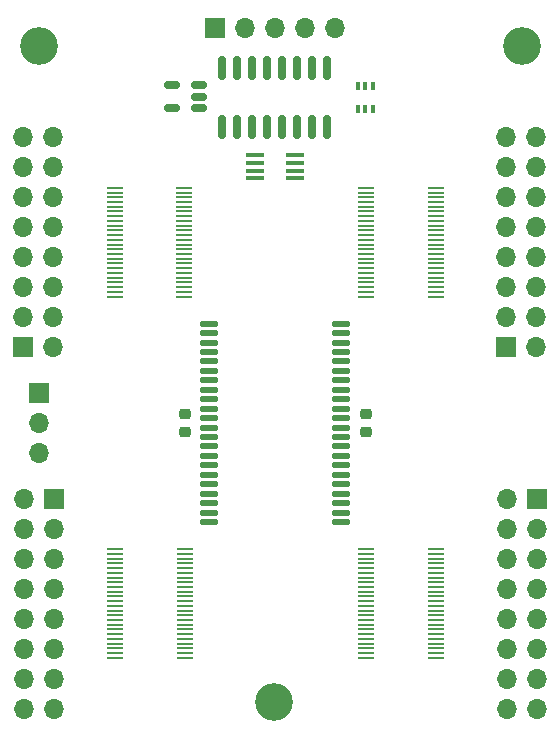
<source format=gts>
%TF.GenerationSoftware,KiCad,Pcbnew,8.0.7*%
%TF.CreationDate,2025-02-08T20:50:40+05:30*%
%TF.ProjectId,AOS16 Double Buffer,414f5331-3620-4446-9f75-626c65204275,rev?*%
%TF.SameCoordinates,Original*%
%TF.FileFunction,Soldermask,Top*%
%TF.FilePolarity,Negative*%
%FSLAX46Y46*%
G04 Gerber Fmt 4.6, Leading zero omitted, Abs format (unit mm)*
G04 Created by KiCad (PCBNEW 8.0.7) date 2025-02-08 20:50:40*
%MOMM*%
%LPD*%
G01*
G04 APERTURE LIST*
G04 Aperture macros list*
%AMRoundRect*
0 Rectangle with rounded corners*
0 $1 Rounding radius*
0 $2 $3 $4 $5 $6 $7 $8 $9 X,Y pos of 4 corners*
0 Add a 4 corners polygon primitive as box body*
4,1,4,$2,$3,$4,$5,$6,$7,$8,$9,$2,$3,0*
0 Add four circle primitives for the rounded corners*
1,1,$1+$1,$2,$3*
1,1,$1+$1,$4,$5*
1,1,$1+$1,$6,$7*
1,1,$1+$1,$8,$9*
0 Add four rect primitives between the rounded corners*
20,1,$1+$1,$2,$3,$4,$5,0*
20,1,$1+$1,$4,$5,$6,$7,0*
20,1,$1+$1,$6,$7,$8,$9,0*
20,1,$1+$1,$8,$9,$2,$3,0*%
G04 Aperture macros list end*
%ADD10C,3.200000*%
%ADD11R,1.700000X1.700000*%
%ADD12O,1.700000X1.700000*%
%ADD13R,1.600000X0.300000*%
%ADD14RoundRect,0.100000X-0.100000X0.225000X-0.100000X-0.225000X0.100000X-0.225000X0.100000X0.225000X0*%
%ADD15RoundRect,0.150000X-0.150000X0.825000X-0.150000X-0.825000X0.150000X-0.825000X0.150000X0.825000X0*%
%ADD16RoundRect,0.225000X0.250000X-0.225000X0.250000X0.225000X-0.250000X0.225000X-0.250000X-0.225000X0*%
%ADD17R,1.475000X0.200000*%
%ADD18RoundRect,0.150000X0.512500X0.150000X-0.512500X0.150000X-0.512500X-0.150000X0.512500X-0.150000X0*%
%ADD19RoundRect,0.137500X-0.625000X-0.137500X0.625000X-0.137500X0.625000X0.137500X-0.625000X0.137500X0*%
%ADD20RoundRect,0.225000X-0.250000X0.225000X-0.250000X-0.225000X0.250000X-0.225000X0.250000X0.225000X0*%
G04 APERTURE END LIST*
D10*
%TO.C,H2*%
X57000000Y-82500000D03*
%TD*%
%TO.C,H1*%
X77930000Y-27000000D03*
%TD*%
D11*
%TO.C,J2*%
X51985000Y-25435000D03*
D12*
X54525000Y-25435000D03*
X57065000Y-25435000D03*
X59605000Y-25435000D03*
X62145000Y-25435000D03*
%TD*%
%TO.C,J3*%
X35780000Y-83105000D03*
X38320000Y-83105000D03*
X35780000Y-80565000D03*
X38320000Y-80565000D03*
X35780000Y-78025000D03*
X38320000Y-78025000D03*
X35780000Y-75485000D03*
X38320000Y-75485000D03*
X35780000Y-72945000D03*
X38320000Y-72945000D03*
X35780000Y-70405000D03*
X38320000Y-70405000D03*
X35780000Y-67865000D03*
X38320000Y-67865000D03*
X35780000Y-65325000D03*
D11*
X38320000Y-65325000D03*
%TD*%
D13*
%TO.C,U2*%
X58767000Y-38215000D03*
X58767000Y-37565000D03*
X58767000Y-36915000D03*
X58767000Y-36265000D03*
X55367000Y-36265000D03*
X55367000Y-36915000D03*
X55367000Y-37565000D03*
X55367000Y-38215000D03*
%TD*%
D14*
%TO.C,IC1*%
X65350000Y-30425000D03*
X64700000Y-30425000D03*
X64050000Y-30425000D03*
X64050000Y-32325000D03*
X64700000Y-32325000D03*
X65350000Y-32325000D03*
%TD*%
D12*
%TO.C,J4*%
X76680000Y-83105000D03*
X79220000Y-83105000D03*
X76680000Y-80565000D03*
X79220000Y-80565000D03*
X76680000Y-78025000D03*
X79220000Y-78025000D03*
X76680000Y-75485000D03*
X79220000Y-75485000D03*
X76680000Y-72945000D03*
X79220000Y-72945000D03*
X76680000Y-70405000D03*
X79220000Y-70405000D03*
X76680000Y-67865000D03*
X79220000Y-67865000D03*
X76680000Y-65325000D03*
D11*
X79220000Y-65325000D03*
%TD*%
D12*
%TO.C,J1*%
X37030000Y-61460000D03*
X37030000Y-58920000D03*
D11*
X37030000Y-56380000D03*
%TD*%
D15*
%TO.C,U1*%
X61427000Y-28900000D03*
X60157000Y-28900000D03*
X58887000Y-28900000D03*
X57617000Y-28900000D03*
X56347000Y-28900000D03*
X55077000Y-28900000D03*
X53807000Y-28900000D03*
X52537000Y-28900000D03*
X52537000Y-33850000D03*
X53807000Y-33850000D03*
X55077000Y-33850000D03*
X56347000Y-33850000D03*
X57617000Y-33850000D03*
X58887000Y-33850000D03*
X60157000Y-33850000D03*
X61427000Y-33850000D03*
%TD*%
D16*
%TO.C,C7*%
X64765000Y-59675000D03*
X64765000Y-58125000D03*
%TD*%
D10*
%TO.C,H1*%
X37030000Y-27000000D03*
%TD*%
D17*
%TO.C,IC5*%
X70655000Y-48210000D03*
X70655000Y-47810000D03*
X70655000Y-47410000D03*
X70655000Y-47010000D03*
X70655000Y-46610000D03*
X70655000Y-46210000D03*
X70655000Y-45810000D03*
X70655000Y-45410000D03*
X70655000Y-45010000D03*
X70655000Y-44610000D03*
X70655000Y-44210000D03*
X70655000Y-43810000D03*
X70655000Y-43410000D03*
X70655000Y-43010000D03*
X70655000Y-42610000D03*
X70655000Y-42210000D03*
X70655000Y-41810000D03*
X70655000Y-41410000D03*
X70655000Y-41010000D03*
X70655000Y-40610000D03*
X70655000Y-40210000D03*
X70655000Y-39810000D03*
X70655000Y-39410000D03*
X70655000Y-39010000D03*
X64779000Y-39010000D03*
X64779000Y-39410000D03*
X64779000Y-39810000D03*
X64779000Y-40210000D03*
X64779000Y-40610000D03*
X64779000Y-41010000D03*
X64779000Y-41410000D03*
X64779000Y-41810000D03*
X64779000Y-42210000D03*
X64779000Y-42610000D03*
X64779000Y-43010000D03*
X64779000Y-43410000D03*
X64779000Y-43810000D03*
X64779000Y-44210000D03*
X64779000Y-44610000D03*
X64779000Y-45010000D03*
X64779000Y-45410000D03*
X64779000Y-45810000D03*
X64779000Y-46210000D03*
X64779000Y-46610000D03*
X64779000Y-47010000D03*
X64779000Y-47410000D03*
X64779000Y-47810000D03*
X64779000Y-48210000D03*
%TD*%
D18*
%TO.C,U3*%
X50595000Y-32237500D03*
X50595000Y-31287500D03*
X50595000Y-30337500D03*
X48320000Y-30337500D03*
X48320000Y-32237500D03*
%TD*%
D12*
%TO.C,J6*%
X79180000Y-34705000D03*
X76640000Y-34705000D03*
X79180000Y-37245000D03*
X76640000Y-37245000D03*
X79180000Y-39785000D03*
X76640000Y-39785000D03*
X79180000Y-42325000D03*
X76640000Y-42325000D03*
X79180000Y-44865000D03*
X76640000Y-44865000D03*
X79180000Y-47405000D03*
X76640000Y-47405000D03*
X79180000Y-49945000D03*
X76640000Y-49945000D03*
X79180000Y-52485000D03*
D11*
X76640000Y-52485000D03*
%TD*%
D19*
%TO.C,IC2*%
X51479500Y-50505000D03*
X51479500Y-51305000D03*
X51479500Y-52105000D03*
X51479500Y-52905000D03*
X51479500Y-53705000D03*
X51479500Y-54505000D03*
X51479500Y-55305000D03*
X51479500Y-56105000D03*
X51479500Y-56905000D03*
X51479500Y-57705000D03*
X51479500Y-58505000D03*
X51479500Y-59305000D03*
X51479500Y-60105000D03*
X51479500Y-60905000D03*
X51479500Y-61705000D03*
X51479500Y-62505000D03*
X51479500Y-63305000D03*
X51479500Y-64105000D03*
X51479500Y-64905000D03*
X51479500Y-65705000D03*
X51479500Y-66505000D03*
X51479500Y-67305000D03*
X62654500Y-67305000D03*
X62654500Y-66505000D03*
X62654500Y-65705000D03*
X62654500Y-64905000D03*
X62654500Y-64105000D03*
X62654500Y-63305000D03*
X62654500Y-62505000D03*
X62654500Y-61705000D03*
X62654500Y-60905000D03*
X62654500Y-60105000D03*
X62654500Y-59305000D03*
X62654500Y-58505000D03*
X62654500Y-57705000D03*
X62654500Y-56905000D03*
X62654500Y-56105000D03*
X62654500Y-55305000D03*
X62654500Y-54505000D03*
X62654500Y-53705000D03*
X62654500Y-52905000D03*
X62654500Y-52105000D03*
X62654500Y-51305000D03*
X62654500Y-50505000D03*
%TD*%
D20*
%TO.C,C8*%
X49425000Y-58130000D03*
X49425000Y-59680000D03*
%TD*%
D17*
%TO.C,IC6*%
X43520000Y-69600000D03*
X43520000Y-70000000D03*
X43520000Y-70400000D03*
X43520000Y-70800000D03*
X43520000Y-71200000D03*
X43520000Y-71600000D03*
X43520000Y-72000000D03*
X43520000Y-72400000D03*
X43520000Y-72800000D03*
X43520000Y-73200000D03*
X43520000Y-73600000D03*
X43520000Y-74000000D03*
X43520000Y-74400000D03*
X43520000Y-74800000D03*
X43520000Y-75200000D03*
X43520000Y-75600000D03*
X43520000Y-76000000D03*
X43520000Y-76400000D03*
X43520000Y-76800000D03*
X43520000Y-77200000D03*
X43520000Y-77600000D03*
X43520000Y-78000000D03*
X43520000Y-78400000D03*
X43520000Y-78800000D03*
X49396000Y-78800000D03*
X49396000Y-78400000D03*
X49396000Y-78000000D03*
X49396000Y-77600000D03*
X49396000Y-77200000D03*
X49396000Y-76800000D03*
X49396000Y-76400000D03*
X49396000Y-76000000D03*
X49396000Y-75600000D03*
X49396000Y-75200000D03*
X49396000Y-74800000D03*
X49396000Y-74400000D03*
X49396000Y-74000000D03*
X49396000Y-73600000D03*
X49396000Y-73200000D03*
X49396000Y-72800000D03*
X49396000Y-72400000D03*
X49396000Y-72000000D03*
X49396000Y-71600000D03*
X49396000Y-71200000D03*
X49396000Y-70800000D03*
X49396000Y-70400000D03*
X49396000Y-70000000D03*
X49396000Y-69600000D03*
%TD*%
%TO.C,IC4*%
X49355000Y-48210000D03*
X49355000Y-47810000D03*
X49355000Y-47410000D03*
X49355000Y-47010000D03*
X49355000Y-46610000D03*
X49355000Y-46210000D03*
X49355000Y-45810000D03*
X49355000Y-45410000D03*
X49355000Y-45010000D03*
X49355000Y-44610000D03*
X49355000Y-44210000D03*
X49355000Y-43810000D03*
X49355000Y-43410000D03*
X49355000Y-43010000D03*
X49355000Y-42610000D03*
X49355000Y-42210000D03*
X49355000Y-41810000D03*
X49355000Y-41410000D03*
X49355000Y-41010000D03*
X49355000Y-40610000D03*
X49355000Y-40210000D03*
X49355000Y-39810000D03*
X49355000Y-39410000D03*
X49355000Y-39010000D03*
X43479000Y-39010000D03*
X43479000Y-39410000D03*
X43479000Y-39810000D03*
X43479000Y-40210000D03*
X43479000Y-40610000D03*
X43479000Y-41010000D03*
X43479000Y-41410000D03*
X43479000Y-41810000D03*
X43479000Y-42210000D03*
X43479000Y-42610000D03*
X43479000Y-43010000D03*
X43479000Y-43410000D03*
X43479000Y-43810000D03*
X43479000Y-44210000D03*
X43479000Y-44610000D03*
X43479000Y-45010000D03*
X43479000Y-45410000D03*
X43479000Y-45810000D03*
X43479000Y-46210000D03*
X43479000Y-46610000D03*
X43479000Y-47010000D03*
X43479000Y-47410000D03*
X43479000Y-47810000D03*
X43479000Y-48210000D03*
%TD*%
D11*
%TO.C,J5*%
X35740000Y-52485000D03*
D12*
X38280000Y-52485000D03*
X35740000Y-49945000D03*
X38280000Y-49945000D03*
X35740000Y-47405000D03*
X38280000Y-47405000D03*
X35740000Y-44865000D03*
X38280000Y-44865000D03*
X35740000Y-42325000D03*
X38280000Y-42325000D03*
X35740000Y-39785000D03*
X38280000Y-39785000D03*
X35740000Y-37245000D03*
X38280000Y-37245000D03*
X35740000Y-34705000D03*
X38280000Y-34705000D03*
%TD*%
D17*
%TO.C,IC3*%
X64779000Y-69600000D03*
X64779000Y-70000000D03*
X64779000Y-70400000D03*
X64779000Y-70800000D03*
X64779000Y-71200000D03*
X64779000Y-71600000D03*
X64779000Y-72000000D03*
X64779000Y-72400000D03*
X64779000Y-72800000D03*
X64779000Y-73200000D03*
X64779000Y-73600000D03*
X64779000Y-74000000D03*
X64779000Y-74400000D03*
X64779000Y-74800000D03*
X64779000Y-75200000D03*
X64779000Y-75600000D03*
X64779000Y-76000000D03*
X64779000Y-76400000D03*
X64779000Y-76800000D03*
X64779000Y-77200000D03*
X64779000Y-77600000D03*
X64779000Y-78000000D03*
X64779000Y-78400000D03*
X64779000Y-78800000D03*
X70655000Y-78800000D03*
X70655000Y-78400000D03*
X70655000Y-78000000D03*
X70655000Y-77600000D03*
X70655000Y-77200000D03*
X70655000Y-76800000D03*
X70655000Y-76400000D03*
X70655000Y-76000000D03*
X70655000Y-75600000D03*
X70655000Y-75200000D03*
X70655000Y-74800000D03*
X70655000Y-74400000D03*
X70655000Y-74000000D03*
X70655000Y-73600000D03*
X70655000Y-73200000D03*
X70655000Y-72800000D03*
X70655000Y-72400000D03*
X70655000Y-72000000D03*
X70655000Y-71600000D03*
X70655000Y-71200000D03*
X70655000Y-70800000D03*
X70655000Y-70400000D03*
X70655000Y-70000000D03*
X70655000Y-69600000D03*
%TD*%
M02*

</source>
